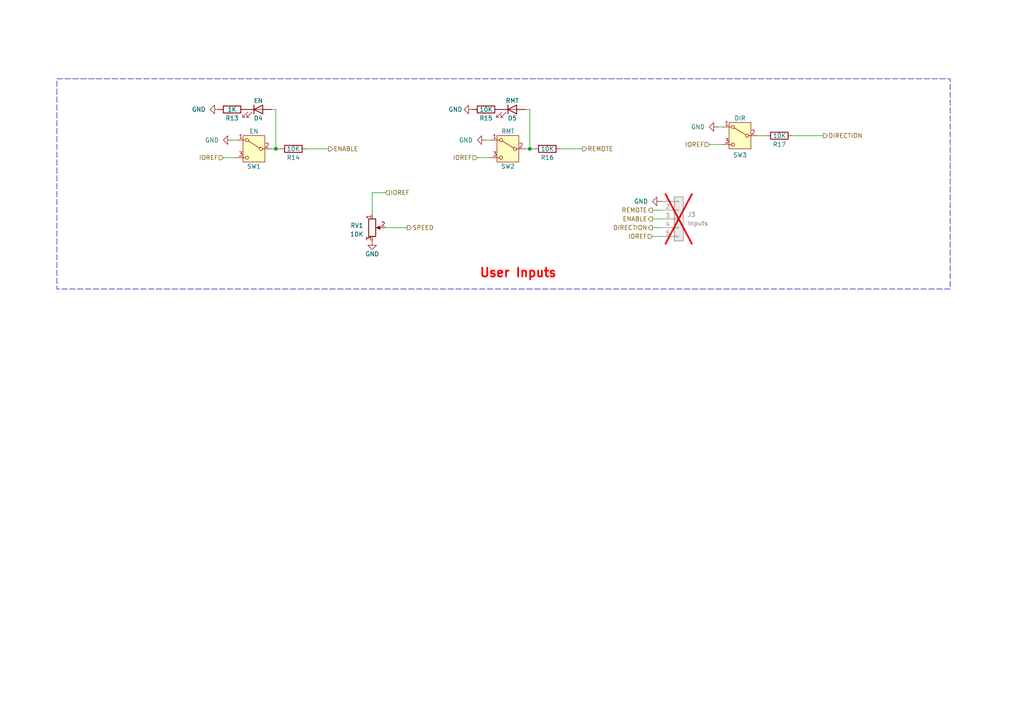
<source format=kicad_sch>
(kicad_sch (version 20250114) (generator "eeschema") (generator_version "9.0")
  (paper "A4")
  (title_block (title "Motor Controller Board NEVB-MTR1-C-1") (date "2025-04-25") (rev "01") (comment 1 "Contact: https://www.nexperia.com/support") (comment 2 "Designed for: Public Release") (comment 3 "Orderable: NEVB-MTR1-KIT1"))
  (lib_symbols
    (symbol "Connector_Generic:Conn_01x05" (pin_names (offset 1.016) (hide yes))
      (property "Reference" "J" (at 0 7.62 0))
      (property "Value" "Conn_01x05" (at 0 -7.62 0))
      (symbol "Conn_01x05_1_1"
        (rectangle (start -1.27 6.35) (end 1.27 -6.35) (stroke (width 0.254)) (fill (type background)))
        (rectangle (start -1.27 5.207) (end 0 4.953) (stroke (width 0.1524)))
        (rectangle (start -1.27 2.667) (end 0 2.413) (stroke (width 0.1524)))
        (rectangle (start -1.27 0.127) (end 0 -0.127) (stroke (width 0.1524)))
        (rectangle (start -1.27 -2.413) (end 0 -2.667) (stroke (width 0.1524)))
        (rectangle (start -1.27 -4.953) (end 0 -5.207) (stroke (width 0.1524)))
        (pin passive line (at -5.08 5.08 0) (length 3.81) (name "Pin_1") (number "1"))
        (pin passive line (at -5.08 2.54 0) (length 3.81) (name "Pin_2") (number "2"))
        (pin passive line (at -5.08 0 0) (length 3.81) (name "Pin_3") (number "3"))
        (pin passive line (at -5.08 -2.54 0) (length 3.81) (name "Pin_4") (number "4"))
        (pin passive line (at -5.08 -5.08 0) (length 3.81) (name "Pin_5") (number "5"))
      )
    )
    (symbol "Device:LED" (pin_numbers (hide yes)) (pin_names (offset 1.016) (hide yes))
      (property "Reference" "D" (at 0 2.54 0))
      (property "Value" "LED" (at 0 -2.54 0))
      (symbol "LED_0_1"
        (polyline (pts (xy -3.048 -0.762) (xy -4.572 -2.286) (xy -3.81 -2.286) (xy -4.572 -2.286) (xy -4.572 -1.524)))
        (polyline (pts (xy -1.778 -0.762) (xy -3.302 -2.286) (xy -2.54 -2.286) (xy -3.302 -2.286) (xy -3.302 -1.524)))
        (polyline (pts (xy -1.27 0) (xy 1.27 0)))
        (polyline (pts (xy -1.27 -1.27) (xy -1.27 1.27)) (stroke (width 0.254)))
        (polyline (pts (xy 1.27 -1.27) (xy 1.27 1.27) (xy -1.27 0) (xy 1.27 -1.27)) (stroke (width 0.254)))
      )
      (symbol "LED_1_1"
        (pin passive line (at -3.81 0 0) (length 2.54) (name "K") (number "1"))
        (pin passive line (at 3.81 0 180) (length 2.54) (name "A") (number "2"))
      )
    )
    (symbol "Device:R" (pin_numbers (hide yes)) (pin_names (offset 0))
      (property "Reference" "R" (at 2.032 0 90))
      (property "Value" "R" (at 0 0 90))
      (symbol "R_0_1"
        (rectangle (start -1.016 -2.54) (end 1.016 2.54) (stroke (width 0.254)))
      )
      (symbol "R_1_1"
        (pin passive line (at 0 3.81 270) (length 1.27) (name "~") (number "1"))
        (pin passive line (at 0 -3.81 90) (length 1.27) (name "~") (number "2"))
      )
    )
    (symbol "Device:R_Potentiometer" (pin_names (offset 1.016) (hide yes))
      (property "Reference" "RV" (at -4.445 0 90))
      (property "Value" "R_Potentiometer" (at -2.54 0 90))
      (symbol "R_Potentiometer_0_1"
        (rectangle (start 1.016 2.54) (end -1.016 -2.54) (stroke (width 0.254)))
        (polyline (pts (xy 1.143 0) (xy 2.286 0.508) (xy 2.286 -0.508) (xy 1.143 0)) (fill (type outline)))
        (polyline (pts (xy 2.54 0) (xy 1.524 0)))
      )
      (symbol "R_Potentiometer_1_1"
        (pin passive line (at 0 3.81 270) (length 1.27) (name "1") (number "1"))
        (pin passive line (at 0 -3.81 90) (length 1.27) (name "3") (number "3"))
        (pin passive line (at 3.81 0 180) (length 1.27) (name "2") (number "2"))
      )
    )
    (symbol "Switch:SW_SPDT" (pin_names (offset 0) (hide yes))
      (property "Reference" "SW" (at 0 5.08 0))
      (property "Value" "SW_SPDT" (at 0 -5.08 0))
      (symbol "SW_SPDT_0_1"
        (circle (center -2.032 0) (radius 0.4572))
        (polyline (pts (xy -1.651 0.254) (xy 1.651 2.286)))
        (circle (center 2.032 2.54) (radius 0.4572))
        (circle (center 2.032 -2.54) (radius 0.4572))
      )
      (symbol "SW_SPDT_1_1"
        (rectangle (start -3.175 3.81) (end 3.175 -3.81) (fill (type background)))
        (pin passive line (at -5.08 0 0) (length 2.54) (name "B") (number "2"))
        (pin passive line (at 5.08 2.54 180) (length 2.54) (name "A") (number "1"))
        (pin passive line (at 5.08 -2.54 180) (length 2.54) (name "C") (number "3"))
      )
    )
    (symbol "power:GND" (power) (pin_numbers (hide yes)) (pin_names (offset 0) (hide yes))
      (property "Value" "GND" (at 0 -3.81 0))
      (symbol "GND_0_1"
        (polyline (pts (xy 0 0) (xy 0 -1.27) (xy 1.27 -1.27) (xy 0 -2.54) (xy -1.27 -1.27) (xy 0 -1.27)))
      )
      (symbol "GND_1_1"
        (pin power_in line (at 0 0 270) (length 0) (name "~") (number "1"))
      )
    )
  )
  (rectangle (start 16.51 22.86) (end 275.59 83.82) (stroke (width 0) (type dash)))
  (text "User Inputs" (at 138.938 80.772 0) (effects (font (size 2.54 2.54) (thickness 0.508) (bold yes)) (justify left bottom)))
  (junction (at 153.67 43.18))
  (junction (at 80.01 43.18))
  (wire (pts (xy 78.74 43.18) (xy 80.01 43.18)))
  (wire (pts (xy 140.97 40.64) (xy 142.24 40.64)))
  (wire (pts (xy 107.95 55.88) (xy 107.95 62.23)))
  (wire (pts (xy 64.77 45.72) (xy 68.58 45.72)))
  (wire (pts (xy 138.43 45.72) (xy 142.24 45.72)))
  (wire (pts (xy 189.23 66.04) (xy 191.77 66.04)))
  (wire (pts (xy 205.74 41.91) (xy 209.55 41.91)))
  (wire (pts (xy 208.28 36.83) (xy 209.55 36.83)))
  (wire (pts (xy 189.23 60.96) (xy 191.77 60.96)))
  (wire (pts (xy 80.01 43.18) (xy 81.28 43.18)))
  (wire (pts (xy 219.71 39.37) (xy 222.25 39.37)))
  (wire (pts (xy 153.67 43.18) (xy 154.94 43.18)))
  (wire (pts (xy 189.23 63.5) (xy 191.77 63.5)))
  (wire (pts (xy 80.01 31.75) (xy 80.01 43.18)))
  (wire (pts (xy 162.56 43.18) (xy 168.91 43.18)))
  (wire (pts (xy 78.74 31.75) (xy 80.01 31.75)))
  (wire (pts (xy 189.23 68.58) (xy 191.77 68.58)))
  (wire (pts (xy 67.31 40.64) (xy 68.58 40.64)))
  (wire (pts (xy 111.76 66.04) (xy 118.11 66.04)))
  (wire (pts (xy 153.67 31.75) (xy 153.67 43.18)))
  (wire (pts (xy 88.9 43.18) (xy 95.25 43.18)))
  (wire (pts (xy 107.95 55.88) (xy 111.76 55.88)))
  (wire (pts (xy 229.87 39.37) (xy 238.76 39.37)))
  (wire (pts (xy 152.4 31.75) (xy 153.67 31.75)))
  (wire (pts (xy 152.4 43.18) (xy 153.67 43.18)))
  (hierarchical_label "SPEED" (shape output) (at 118.11 66.04 0))
  (hierarchical_label "IOREF" (shape input) (at 189.23 68.58 180))
  (hierarchical_label "ENABLE" (shape output) (at 95.25 43.18 0))
  (hierarchical_label "REMOTE" (shape output) (at 189.23 60.96 180))
  (hierarchical_label "DIRECTION" (shape output) (at 189.23 66.04 180))
  (hierarchical_label "REMOTE" (shape output) (at 168.91 43.18 0))
  (hierarchical_label "IOREF" (shape input) (at 64.77 45.72 180))
  (hierarchical_label "DIRECTION" (shape output) (at 238.76 39.37 0))
  (hierarchical_label "IOREF" (shape input) (at 138.43 45.72 180))
  (hierarchical_label "IOREF" (shape input) (at 205.74 41.91 180))
  (hierarchical_label "IOREF" (shape input) (at 111.76 55.88 0))
  (hierarchical_label "ENABLE" (shape output) (at 189.23 63.5 180))
  (symbol (lib_id "power:GND") (at 191.77 58.42 270) (unit 1)
    (property "Reference" "#PWR028" (effects (hide yes)))
    (property "Value" "GND" (at 187.96 58.4199 90) (effects (justify right)))
    (property "Description" "Power symbol creates a global label with name \"GND\" , ground" (effects (hide yes)))
  )
  (symbol (lib_id "Switch:SW_SPDT") (at 147.32 43.18 0) (mirror y) (unit 1)
    (property "Reference" "SW2" (at 147.32 48.26 0))
    (property "Value" "RMT" (at 147.32 38.1 0))
    (property "Footprint" "project:EG1218" (effects (hide yes)))
    (property "Datasheet" "https://configured-product-images.s3.amazonaws.com/2D/specs/EG1218.pdf" (effects (hide yes)))
    (property "Manufacturer" "E-SWITCH " (effects (hide yes)))
    (property "Mfg Part No" "EG1218" (effects (hide yes)))
    (property "Farnell Part No" "2787232" (effects (hide yes)))
    (property "Mouser Part No" "612-EG1218" (effects (hide yes)))
  )
  (symbol (lib_id "Switch:SW_SPDT") (at 73.66 43.18 0) (mirror y) (unit 1)
    (property "Reference" "SW1" (at 73.66 48.26 0))
    (property "Value" "EN" (at 73.66 38.1 0))
    (property "Footprint" "project:EG1218" (effects (hide yes)))
    (property "Datasheet" "https://configured-product-images.s3.amazonaws.com/2D/specs/EG1218.pdf" (effects (hide yes)))
    (property "Manufacturer" "E-SWITCH " (effects (hide yes)))
    (property "Mfg Part No" "EG1218" (effects (hide yes)))
    (property "Farnell Part No" "2787232" (effects (hide yes)))
    (property "Mouser Part No" "612-EG1218" (effects (hide yes)))
  )
  (symbol (lib_id "power:GND") (at 208.28 36.83 270) (unit 1)
    (property "Reference" "#PWR033" (effects (hide yes)))
    (property "Value" "GND" (at 204.47 36.8299 90) (effects (justify right)))
    (property "Description" "Power symbol creates a global label with name \"GND\" , ground" (effects (hide yes)))
  )
  (symbol (lib_id "Device:R") (at 140.97 31.75 270) (unit 1)
    (property "Reference" "R15" (at 140.97 34.29 90))
    (property "Value" "10K" (at 140.97 31.75 90))
    (property "Footprint" "Resistor_SMD:R_0603_1608Metric_Pad0.98x0.95mm_HandSolder" (effects (hide yes)))
    (property "Datasheet" "http://www.kamaya.co.jp/upload/products_pdf/kamaya_products(RMC1-32,RMC1-20,RMC1-16S,RMC1-16,RMC1-10,RMC1-8,RMC1-4,RMC1-2,RMC1)_english_20240824_132441.pdf" (effects (hide yes)))
    (property "Manufacturer" "KAMAYA" (effects (hide yes)))
    (property "Mfg Part No" "RMC1/16-103JTP" (effects (hide yes)))
    (property "Mouser Part No" "791-RMC1/16103JTP" (effects (hide yes)))
  )
  (symbol (lib_id "Device:LED") (at 74.93 31.75 0) (unit 1)
    (property "Reference" "D4" (at 74.93 34.29 0))
    (property "Value" "EN" (at 74.93 29.21 0))
    (property "Footprint" "LED_SMD:LED_1206_3216Metric_Pad1.42x1.75mm_HandSolder" (effects (hide yes)))
    (property "Datasheet" "https://www.we-online.com/components/products/datasheet/150120AS75000.pdf" (effects (hide yes)))
    (property "Manufacturer" "WURTH ELEKTRONIK" (effects (hide yes)))
    (property "Mfg Part No" "150120AS75000" (effects (hide yes)))
    (property "Farnell Part No" "2322083" (effects (hide yes)))
    (property "Mouser Part No" "710-150120AS75000" (effects (hide yes)))
  )
  (symbol (lib_id "power:GND") (at 107.95 69.85 0) (unit 1)
    (property "Reference" "#PWR019" (effects (hide yes)))
    (property "Value" "GND" (at 107.95 73.66 0))
    (property "Description" "Power symbol creates a global label with name \"GND\" , ground" (effects (hide yes)))
  )
  (symbol (lib_id "Device:R") (at 67.31 31.75 270) (unit 1)
    (property "Reference" "R13" (at 67.31 34.29 90))
    (property "Value" "1K" (at 67.31 31.75 90))
    (property "Footprint" "Resistor_SMD:R_0603_1608Metric_Pad0.98x0.95mm_HandSolder" (effects (hide yes)))
    (property "Datasheet" "http://www.kamaya.co.jp/upload/products_pdf/kamaya_products(RMC1-32,RMC1-20,RMC1-16S,RMC1-16,RMC1-10,RMC1-8,RMC1-4,RMC1-2,RMC1)_english_20240824_132441.pdf" (effects (hide yes)))
    (property "Manufacturer" "KAMAYA" (effects (hide yes)))
    (property "Mfg Part No" "RMC1/16-102JTP" (effects (hide yes)))
    (property "Mouser Part No" "791-RMC1/16-102JTP" (effects (hide yes)))
  )
  (symbol (lib_id "Connector_Generic:Conn_01x05") (at 196.85 63.5 0) (unit 1) (dnp yes)
    (property "Reference" "J3" (at 199.39 62.2299 0) (effects (justify left)))
    (property "Value" "Inputs" (at 199.39 64.7699 0) (effects (justify left)))
    (property "Footprint" "Connector_PinHeader_2.00mm:PinHeader_1x05_P2.00mm_Vertical" (effects (hide yes)))
    (property "Description" "Generic connector, single row, 01x04, script generated (kicad-library-utils/schlib/autogen/connector/)" (effects (hide yes)))
  )
  (symbol (lib_id "Device:R") (at 158.75 43.18 270) (unit 1)
    (property "Reference" "R16" (at 158.75 45.72 90))
    (property "Value" "10K" (at 158.75 43.18 90))
    (property "Footprint" "Resistor_SMD:R_0603_1608Metric_Pad0.98x0.95mm_HandSolder" (effects (hide yes)))
    (property "Datasheet" "http://www.kamaya.co.jp/upload/products_pdf/kamaya_products(RMC1-32,RMC1-20,RMC1-16S,RMC1-16,RMC1-10,RMC1-8,RMC1-4,RMC1-2,RMC1)_english_20240824_132441.pdf" (effects (hide yes)))
    (property "Manufacturer" "KAMAYA" (effects (hide yes)))
    (property "Mfg Part No" "RMC1/16-103JTP" (effects (hide yes)))
    (property "Mouser Part No" "791-RMC1/16103JTP" (effects (hide yes)))
  )
  (symbol (lib_id "power:GND") (at 137.16 31.75 270) (unit 1)
    (property "Reference" "#PWR029" (effects (hide yes)))
    (property "Value" "GND" (at 132.08 31.75 90))
    (property "Description" "Power symbol creates a global label with name \"GND\" , ground" (effects (hide yes)))
  )
  (symbol (lib_id "Device:LED") (at 148.59 31.75 0) (unit 1)
    (property "Reference" "D5" (at 148.59 34.29 0))
    (property "Value" "RMT" (at 148.59 29.21 0))
    (property "Footprint" "LED_SMD:LED_1206_3216Metric_Pad1.42x1.75mm_HandSolder" (effects (hide yes)))
    (property "Datasheet" "https://www.we-online.com/components/products/datasheet/150120GS75000.pdf" (effects (hide yes)))
    (property "Manufacturer" "WURTH ELEKTRONIK" (effects (hide yes)))
    (property "Mfg Part No" "150120GS75000" (effects (hide yes)))
    (property "Farnell Part No" "2322085" (effects (hide yes)))
    (property "Mouser Part No" "710-150120GS75000" (effects (hide yes)))
  )
  (symbol (lib_id "Device:R") (at 85.09 43.18 270) (unit 1)
    (property "Reference" "R14" (at 85.09 45.72 90))
    (property "Value" "10K" (at 85.09 43.18 90))
    (property "Footprint" "Resistor_SMD:R_0603_1608Metric_Pad0.98x0.95mm_HandSolder" (effects (hide yes)))
    (property "Datasheet" "http://www.kamaya.co.jp/upload/products_pdf/kamaya_products(RMC1-32,RMC1-20,RMC1-16S,RMC1-16,RMC1-10,RMC1-8,RMC1-4,RMC1-2,RMC1)_english_20240824_132441.pdf" (effects (hide yes)))
    (property "Manufacturer" "KAMAYA" (effects (hide yes)))
    (property "Mfg Part No" "RMC1/16-103JTP" (effects (hide yes)))
    (property "Mouser Part No" "791-RMC1/16103JTP" (effects (hide yes)))
  )
  (symbol (lib_id "Switch:SW_SPDT") (at 214.63 39.37 0) (mirror y) (unit 1)
    (property "Reference" "SW3" (at 214.63 44.958 0))
    (property "Value" "DIR" (at 214.63 34.29 0))
    (property "Footprint" "project:EG1218" (effects (hide yes)))
    (property "Datasheet" "https://configured-product-images.s3.amazonaws.com/2D/specs/EG1218.pdf" (effects (hide yes)))
    (property "Manufacturer" "E-SWITCH " (effects (hide yes)))
    (property "Mfg Part No" "EG1218" (effects (hide yes)))
    (property "Farnell Part No" "2787232" (effects (hide yes)))
    (property "Mouser Part No" "612-EG1218" (effects (hide yes)))
  )
  (symbol (lib_id "power:GND") (at 67.31 40.64 270) (unit 1)
    (property "Reference" "#PWR027" (effects (hide yes)))
    (property "Value" "GND" (at 63.5 40.64 90) (effects (justify right)))
    (property "Description" "Power symbol creates a global label with name \"GND\" , ground" (effects (hide yes)))
  )
  (symbol (lib_id "power:GND") (at 140.97 40.64 270) (unit 1)
    (property "Reference" "#PWR031" (effects (hide yes)))
    (property "Value" "GND" (at 137.16 40.6399 90) (effects (justify right)))
    (property "Description" "Power symbol creates a global label with name \"GND\" , ground" (effects (hide yes)))
  )
  (symbol (lib_id "Device:R_Potentiometer") (at 107.95 66.04 0) (unit 1)
    (property "Reference" "RV1" (at 105.41 65.405 0) (effects (justify right)))
    (property "Value" "10K" (at 105.41 67.945 0) (effects (justify right)))
    (property "Footprint" "Potentiometer_THT:Potentiometer_Bourns_PTV09A-1_Single_Vertical" (effects (hide yes)))
    (property "Datasheet" "https://www.bourns.com/pdfs/PTV09.pdf" (effects (hide yes)))
    (property "Manufacturer" "BOURNS" (effects (hide yes)))
    (property "Mfg Part No" "PTV09A-4225U-B103" (effects (hide yes)))
    (property "Farnell Part No" "2663537" (effects (hide yes)))
    (property "Mouser Part No" "652-PTV09A-4225UB103" (effects (hide yes)))
  )
  (symbol (lib_id "Device:R") (at 226.06 39.37 270) (unit 1)
    (property "Reference" "R17" (at 226.06 41.91 90))
    (property "Value" "10K" (at 226.06 39.37 90))
    (property "Footprint" "Resistor_SMD:R_0603_1608Metric_Pad0.98x0.95mm_HandSolder" (effects (hide yes)))
    (property "Datasheet" "http://www.kamaya.co.jp/upload/products_pdf/kamaya_products(RMC1-32,RMC1-20,RMC1-16S,RMC1-16,RMC1-10,RMC1-8,RMC1-4,RMC1-2,RMC1)_english_20240824_132441.pdf" (effects (hide yes)))
    (property "Manufacturer" "KAMAYA" (effects (hide yes)))
    (property "Mfg Part No" "RMC1/16-103JTP" (effects (hide yes)))
    (property "Mouser Part No" "791-RMC1/16103JTP" (effects (hide yes)))
  )
  (symbol (lib_id "power:GND") (at 63.5 31.75 270) (unit 1)
    (property "Reference" "#PWR021" (effects (hide yes)))
    (property "Value" "GND" (at 59.69 31.75 90) (effects (justify right)))
    (property "Description" "Power symbol creates a global label with name \"GND\" , ground" (effects (hide yes)))
  )
)
</source>
